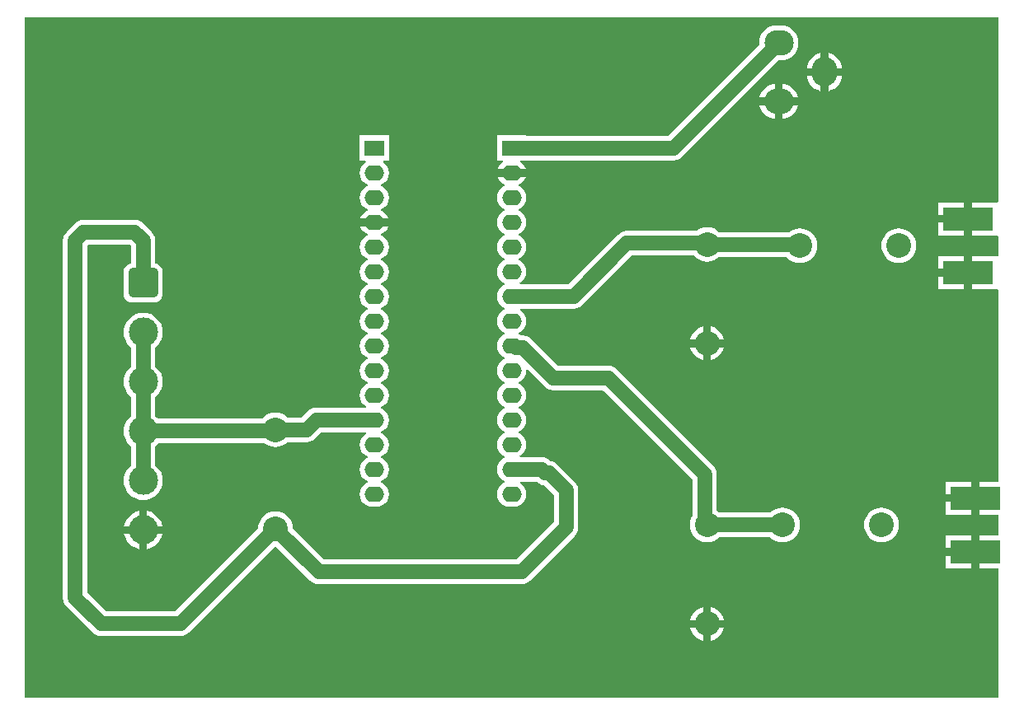
<source format=gbl>
G04*
G04 #@! TF.GenerationSoftware,Altium Limited,Altium Designer,20.2.4 (192)*
G04*
G04 Layer_Physical_Order=2*
G04 Layer_Color=16711680*
%FSLAX25Y25*%
%MOIN*%
G70*
G04*
G04 #@! TF.SameCoordinates,D8DA0DD5-309E-41AB-983F-212F3CA71AE9*
G04*
G04*
G04 #@! TF.FilePolarity,Positive*
G04*
G01*
G75*
%ADD11C,0.05906*%
%ADD13C,0.11811*%
G04:AMPARAMS|DCode=14|XSize=118.11mil|YSize=118.11mil|CornerRadius=14.76mil|HoleSize=0mil|Usage=FLASHONLY|Rotation=180.000|XOffset=0mil|YOffset=0mil|HoleType=Round|Shape=RoundedRectangle|*
%AMROUNDEDRECTD14*
21,1,0.11811,0.08858,0,0,180.0*
21,1,0.08858,0.11811,0,0,180.0*
1,1,0.02953,-0.04429,0.04429*
1,1,0.02953,0.04429,0.04429*
1,1,0.02953,0.04429,-0.04429*
1,1,0.02953,-0.04429,-0.04429*
%
%ADD14ROUNDEDRECTD14*%
%ADD15C,0.10000*%
%ADD16O,0.07874X0.06299*%
%ADD17R,0.07874X0.06299*%
%ADD18R,0.20000X0.09508*%
%ADD19O,0.11811X0.10236*%
%ADD20O,0.10236X0.11811*%
G36*
X393701Y200992D02*
X393468Y200589D01*
X393201Y200589D01*
X383075D01*
Y193866D01*
Y187144D01*
X393201D01*
X393468Y187144D01*
X393701Y186740D01*
Y179260D01*
X393468Y178856D01*
X393201Y178856D01*
X383075D01*
Y172134D01*
Y165411D01*
X393201D01*
X393468Y165411D01*
X393701Y165008D01*
Y87589D01*
X386075D01*
Y80866D01*
Y74144D01*
X393701D01*
Y65856D01*
X386075D01*
Y59134D01*
Y52411D01*
X393701D01*
Y0D01*
X0D01*
Y275590D01*
X393701D01*
Y200992D01*
D02*
G37*
%LPC*%
G36*
X325079Y261026D02*
Y254886D01*
X330547D01*
X330488Y255488D01*
X330083Y256823D01*
X329425Y258055D01*
X328539Y259134D01*
X327460Y260019D01*
X326229Y260677D01*
X325079Y261026D01*
D02*
G37*
G36*
X321929Y261026D02*
X320779Y260677D01*
X319548Y260019D01*
X318469Y259134D01*
X317583Y258055D01*
X316925Y256823D01*
X316520Y255488D01*
X316461Y254886D01*
X321929D01*
Y261026D01*
D02*
G37*
G36*
Y251736D02*
X316461D01*
X316520Y251134D01*
X316925Y249799D01*
X317583Y248568D01*
X318469Y247488D01*
X319548Y246603D01*
X320779Y245945D01*
X321929Y245596D01*
Y251736D01*
D02*
G37*
G36*
X330547D02*
X325079D01*
Y245596D01*
X326229Y245945D01*
X327460Y246603D01*
X328539Y247488D01*
X329425Y248568D01*
X330083Y249799D01*
X330488Y251134D01*
X330547Y251736D01*
D02*
G37*
G36*
X306575Y248543D02*
Y243075D01*
X312715D01*
X312366Y244225D01*
X311708Y245456D01*
X310823Y246535D01*
X309744Y247421D01*
X308512Y248079D01*
X307177Y248484D01*
X306575Y248543D01*
D02*
G37*
G36*
X303425D02*
X302823Y248484D01*
X301488Y248079D01*
X300256Y247421D01*
X299177Y246535D01*
X298292Y245456D01*
X297634Y244225D01*
X297285Y243075D01*
X303425D01*
Y248543D01*
D02*
G37*
G36*
X312715Y239925D02*
X306575D01*
Y234457D01*
X307177Y234516D01*
X308512Y234921D01*
X309744Y235579D01*
X310823Y236465D01*
X311708Y237544D01*
X312366Y238775D01*
X312715Y239925D01*
D02*
G37*
G36*
X303425D02*
X297285D01*
X297634Y238775D01*
X298292Y237544D01*
X299177Y236465D01*
X300256Y235579D01*
X301488Y234921D01*
X302823Y234516D01*
X303425Y234457D01*
Y239925D01*
D02*
G37*
G36*
X305787Y272243D02*
X304213D01*
X302823Y272106D01*
X301488Y271701D01*
X300256Y271043D01*
X299177Y270157D01*
X298292Y269078D01*
X297634Y267847D01*
X297229Y266511D01*
X297092Y265122D01*
X297171Y264313D01*
X260322Y227464D01*
X202906D01*
Y227618D01*
X191095D01*
Y217382D01*
X193382D01*
X193516Y216882D01*
X192562Y216150D01*
X191742Y215081D01*
X191325Y214075D01*
X197000D01*
X202675D01*
X202258Y215081D01*
X201438Y216150D01*
X200484Y216882D01*
X200619Y217382D01*
X202906D01*
Y217536D01*
X262378D01*
X263663Y217705D01*
X264860Y218201D01*
X265888Y218990D01*
X304899Y258001D01*
X305787D01*
X307177Y258138D01*
X308512Y258543D01*
X309744Y259201D01*
X310823Y260087D01*
X311708Y261166D01*
X312366Y262397D01*
X312772Y263733D01*
X312908Y265122D01*
X312772Y266511D01*
X312366Y267847D01*
X311708Y269078D01*
X310823Y270157D01*
X309744Y271043D01*
X308512Y271701D01*
X307177Y272106D01*
X305787Y272243D01*
D02*
G37*
G36*
X379925Y200589D02*
X369531D01*
Y195441D01*
X379925D01*
Y200589D01*
D02*
G37*
G36*
X147406Y227618D02*
X135594D01*
Y217382D01*
X137882D01*
X138016Y216882D01*
X137062Y216150D01*
X136242Y215081D01*
X135726Y213836D01*
X135550Y212500D01*
X135726Y211164D01*
X136242Y209919D01*
X137062Y208850D01*
X138131Y208029D01*
X138756Y207771D01*
Y207229D01*
X138131Y206971D01*
X137062Y206150D01*
X136242Y205081D01*
X135726Y203836D01*
X135550Y202500D01*
X135726Y201164D01*
X136242Y199919D01*
X137062Y198850D01*
X138131Y198029D01*
X138756Y197771D01*
Y197229D01*
X138131Y196971D01*
X137062Y196150D01*
X136242Y195081D01*
X135825Y194075D01*
X141500D01*
X147175D01*
X146758Y195081D01*
X145938Y196150D01*
X144869Y196971D01*
X144244Y197229D01*
Y197771D01*
X144869Y198029D01*
X145938Y198850D01*
X146758Y199919D01*
X147274Y201164D01*
X147450Y202500D01*
X147274Y203836D01*
X146758Y205081D01*
X145938Y206150D01*
X144869Y206971D01*
X144244Y207229D01*
Y207771D01*
X144869Y208029D01*
X145938Y208850D01*
X146758Y209919D01*
X147274Y211164D01*
X147450Y212500D01*
X147274Y213836D01*
X146758Y215081D01*
X145938Y216150D01*
X144984Y216882D01*
X145118Y217382D01*
X147406D01*
Y227618D01*
D02*
G37*
G36*
X379925Y192291D02*
X369531D01*
Y187144D01*
X379925D01*
Y192291D01*
D02*
G37*
G36*
X353500Y190002D02*
X352134Y189868D01*
X350820Y189469D01*
X349610Y188822D01*
X348549Y187951D01*
X347678Y186890D01*
X347031Y185680D01*
X346632Y184366D01*
X346498Y183000D01*
X346632Y181634D01*
X347031Y180320D01*
X347678Y179110D01*
X348549Y178049D01*
X349610Y177178D01*
X350820Y176531D01*
X352134Y176132D01*
X353500Y175998D01*
X354866Y176132D01*
X356180Y176531D01*
X357390Y177178D01*
X358451Y178049D01*
X359322Y179110D01*
X359969Y180320D01*
X360368Y181634D01*
X360502Y183000D01*
X360368Y184366D01*
X359969Y185680D01*
X359322Y186890D01*
X358451Y187951D01*
X357390Y188822D01*
X356180Y189469D01*
X354866Y189868D01*
X353500Y190002D01*
D02*
G37*
G36*
X379925Y178856D02*
X369531D01*
Y173709D01*
X379925D01*
Y178856D01*
D02*
G37*
G36*
Y170559D02*
X369531D01*
Y165411D01*
X379925D01*
Y170559D01*
D02*
G37*
G36*
X202675Y210925D02*
X197000D01*
X191325D01*
X191742Y209919D01*
X192562Y208850D01*
X193631Y208029D01*
X194256Y207771D01*
Y207229D01*
X193631Y206971D01*
X192562Y206150D01*
X191742Y205081D01*
X191226Y203836D01*
X191050Y202500D01*
X191226Y201164D01*
X191742Y199919D01*
X192562Y198850D01*
X193631Y198029D01*
X194256Y197771D01*
Y197229D01*
X193631Y196971D01*
X192562Y196150D01*
X191742Y195081D01*
X191226Y193836D01*
X191050Y192500D01*
X191226Y191164D01*
X191742Y189919D01*
X192562Y188850D01*
X193631Y188029D01*
X194256Y187771D01*
Y187229D01*
X193631Y186971D01*
X192562Y186150D01*
X191742Y185081D01*
X191226Y183836D01*
X191050Y182500D01*
X191226Y181164D01*
X191742Y179919D01*
X192562Y178850D01*
X193631Y178029D01*
X194256Y177771D01*
Y177229D01*
X193631Y176971D01*
X192562Y176150D01*
X191742Y175081D01*
X191226Y173836D01*
X191050Y172500D01*
X191226Y171164D01*
X191742Y169919D01*
X192562Y168850D01*
X193631Y168029D01*
X194256Y167771D01*
Y167229D01*
X193631Y166971D01*
X192562Y166150D01*
X191742Y165081D01*
X191226Y163836D01*
X191050Y162500D01*
X191226Y161164D01*
X191742Y159919D01*
X192562Y158850D01*
X193631Y158029D01*
X194256Y157771D01*
Y157229D01*
X193631Y156971D01*
X192562Y156150D01*
X191742Y155081D01*
X191226Y153836D01*
X191050Y152500D01*
X191226Y151164D01*
X191742Y149919D01*
X192562Y148850D01*
X193631Y148029D01*
X194256Y147771D01*
Y147229D01*
X193631Y146971D01*
X192562Y146150D01*
X191742Y145081D01*
X191226Y143836D01*
X191050Y142500D01*
X191226Y141164D01*
X191742Y139919D01*
X192562Y138850D01*
X193631Y138029D01*
X194256Y137771D01*
Y137229D01*
X193631Y136971D01*
X192562Y136150D01*
X191742Y135081D01*
X191226Y133836D01*
X191050Y132500D01*
X191226Y131164D01*
X191742Y129919D01*
X192562Y128850D01*
X193631Y128029D01*
X194256Y127771D01*
Y127229D01*
X193631Y126971D01*
X192562Y126150D01*
X191742Y125081D01*
X191226Y123836D01*
X191050Y122500D01*
X191226Y121164D01*
X191742Y119919D01*
X192562Y118850D01*
X193631Y118029D01*
X194256Y117771D01*
Y117229D01*
X193631Y116971D01*
X192562Y116150D01*
X191742Y115081D01*
X191226Y113836D01*
X191050Y112500D01*
X191226Y111164D01*
X191742Y109919D01*
X192562Y108850D01*
X193631Y108029D01*
X194256Y107771D01*
Y107229D01*
X193631Y106971D01*
X192562Y106150D01*
X191742Y105081D01*
X191226Y103836D01*
X191050Y102500D01*
X191226Y101164D01*
X191742Y99919D01*
X192562Y98850D01*
X193631Y98029D01*
X194256Y97771D01*
Y97229D01*
X193631Y96971D01*
X192562Y96150D01*
X191742Y95081D01*
X191226Y93836D01*
X191050Y92500D01*
X191226Y91164D01*
X191742Y89919D01*
X192562Y88850D01*
X193631Y88029D01*
X194256Y87771D01*
Y87229D01*
X193631Y86971D01*
X192562Y86150D01*
X191742Y85081D01*
X191226Y83836D01*
X191050Y82500D01*
X191226Y81164D01*
X191742Y79919D01*
X192562Y78850D01*
X193631Y78029D01*
X194877Y77514D01*
X196213Y77338D01*
X197787D01*
X199124Y77514D01*
X200368Y78029D01*
X201438Y78850D01*
X202258Y79919D01*
X202774Y81164D01*
X202950Y82500D01*
X202774Y83836D01*
X202258Y85081D01*
X201438Y86150D01*
X200368Y86971D01*
X200210Y87036D01*
X200310Y87536D01*
X206944D01*
X206990Y87490D01*
X208018Y86701D01*
X209215Y86205D01*
X209860Y86121D01*
X214036Y81944D01*
Y71056D01*
X198944Y55964D01*
X121056D01*
X108500Y68520D01*
X108368Y69866D01*
X107969Y71180D01*
X107322Y72390D01*
X106451Y73451D01*
X105390Y74322D01*
X104180Y74969D01*
X102866Y75368D01*
X101500Y75502D01*
X100134Y75368D01*
X98820Y74969D01*
X97610Y74322D01*
X96549Y73451D01*
X95678Y72390D01*
X95031Y71180D01*
X94632Y69866D01*
X94500Y68520D01*
X60944Y34964D01*
X33056D01*
X25464Y42556D01*
Y182985D01*
X26015Y183536D01*
X42485D01*
X43036Y182985D01*
Y175833D01*
X42672Y175785D01*
X41834Y175438D01*
X41114Y174886D01*
X40562Y174166D01*
X40215Y173328D01*
X40096Y172429D01*
Y163571D01*
X40215Y162672D01*
X40562Y161834D01*
X41114Y161114D01*
X41834Y160562D01*
X42672Y160215D01*
X43571Y160096D01*
X52429D01*
X53328Y160215D01*
X54166Y160562D01*
X54886Y161114D01*
X55438Y161834D01*
X55785Y162672D01*
X55904Y163571D01*
Y172429D01*
X55785Y173328D01*
X55438Y174166D01*
X54886Y174886D01*
X54166Y175438D01*
X53328Y175785D01*
X52964Y175833D01*
Y185041D01*
X52795Y186325D01*
X52299Y187522D01*
X51510Y188550D01*
X48050Y192010D01*
X47023Y192799D01*
X45825Y193295D01*
X44541Y193464D01*
X23959D01*
X22675Y193295D01*
X21477Y192799D01*
X20449Y192010D01*
X16990Y188550D01*
X16201Y187522D01*
X15705Y186325D01*
X15536Y185041D01*
Y40500D01*
X15705Y39215D01*
X16201Y38018D01*
X16990Y36990D01*
X27490Y26490D01*
X28518Y25701D01*
X29715Y25205D01*
X31000Y25036D01*
X63000D01*
X64285Y25205D01*
X65482Y25701D01*
X66510Y26490D01*
X101500Y61480D01*
X115490Y47490D01*
X116518Y46701D01*
X117715Y46205D01*
X119000Y46036D01*
X201000D01*
X202285Y46205D01*
X203482Y46701D01*
X204510Y47490D01*
X222510Y65490D01*
X223299Y66518D01*
X223795Y67715D01*
X223964Y69000D01*
Y84000D01*
X223795Y85285D01*
X223299Y86482D01*
X222510Y87510D01*
X215510Y94510D01*
X214482Y95299D01*
X213285Y95795D01*
X212640Y95879D01*
X212510Y96010D01*
X211482Y96799D01*
X210285Y97295D01*
X209000Y97464D01*
X200310D01*
X200210Y97964D01*
X200368Y98029D01*
X201438Y98850D01*
X202258Y99919D01*
X202774Y101164D01*
X202950Y102500D01*
X202774Y103836D01*
X202258Y105081D01*
X201438Y106150D01*
X200368Y106971D01*
X199744Y107229D01*
Y107771D01*
X200368Y108029D01*
X201438Y108850D01*
X202258Y109919D01*
X202774Y111164D01*
X202950Y112500D01*
X202774Y113836D01*
X202258Y115081D01*
X201438Y116150D01*
X200368Y116971D01*
X199744Y117229D01*
Y117771D01*
X200368Y118029D01*
X201438Y118850D01*
X202258Y119919D01*
X202774Y121164D01*
X202950Y122500D01*
X202774Y123836D01*
X202258Y125081D01*
X201438Y126150D01*
X200368Y126971D01*
X199744Y127229D01*
Y127771D01*
X200368Y128029D01*
X201438Y128850D01*
X202258Y129919D01*
X202774Y131164D01*
X202950Y132500D01*
X202914Y132768D01*
X203363Y132989D01*
X210362Y125990D01*
X211390Y125201D01*
X212587Y124705D01*
X213872Y124536D01*
X233944D01*
X270036Y88444D01*
Y73895D01*
X270065Y73679D01*
X269531Y72680D01*
X269132Y71366D01*
X268998Y70000D01*
X269132Y68634D01*
X269531Y67320D01*
X270178Y66110D01*
X271049Y65049D01*
X272110Y64178D01*
X273320Y63531D01*
X274634Y63132D01*
X276000Y62998D01*
X277366Y63132D01*
X278680Y63531D01*
X279890Y64178D01*
X280936Y65036D01*
X301564D01*
X302610Y64178D01*
X303820Y63531D01*
X305134Y63132D01*
X306500Y62998D01*
X307866Y63132D01*
X309180Y63531D01*
X310390Y64178D01*
X311451Y65049D01*
X312322Y66110D01*
X312969Y67320D01*
X313368Y68634D01*
X313502Y70000D01*
X313368Y71366D01*
X312969Y72680D01*
X312322Y73890D01*
X311451Y74951D01*
X310390Y75822D01*
X309180Y76469D01*
X307866Y76868D01*
X306500Y77002D01*
X305134Y76868D01*
X303820Y76469D01*
X302610Y75822D01*
X301564Y74964D01*
X280936D01*
X279964Y75762D01*
Y90500D01*
X279795Y91785D01*
X279299Y92982D01*
X278510Y94010D01*
X239510Y133010D01*
X238482Y133799D01*
X237285Y134295D01*
X236000Y134464D01*
X215928D01*
X205130Y145262D01*
X204101Y146051D01*
X202904Y146547D01*
X201620Y146716D01*
X200701D01*
X200368Y146971D01*
X199744Y147229D01*
Y147771D01*
X200368Y148029D01*
X201438Y148850D01*
X202258Y149919D01*
X202774Y151164D01*
X202950Y152500D01*
X202774Y153836D01*
X202258Y155081D01*
X201438Y156150D01*
X200368Y156971D01*
X200210Y157036D01*
X200310Y157536D01*
X222000D01*
X223285Y157705D01*
X224482Y158201D01*
X225510Y158990D01*
X245556Y179036D01*
X270649D01*
X271049Y178549D01*
X272110Y177678D01*
X273320Y177031D01*
X274634Y176632D01*
X276000Y176498D01*
X277366Y176632D01*
X278680Y177031D01*
X279890Y177678D01*
X280936Y178536D01*
X308149D01*
X308549Y178049D01*
X309610Y177178D01*
X310820Y176531D01*
X312134Y176132D01*
X313500Y175998D01*
X314866Y176132D01*
X316180Y176531D01*
X317390Y177178D01*
X318451Y178049D01*
X319322Y179110D01*
X319969Y180320D01*
X320368Y181634D01*
X320502Y183000D01*
X320368Y184366D01*
X319969Y185680D01*
X319322Y186890D01*
X318451Y187951D01*
X317390Y188822D01*
X316180Y189469D01*
X314866Y189868D01*
X313500Y190002D01*
X312134Y189868D01*
X310820Y189469D01*
X309610Y188822D01*
X309173Y188464D01*
X280936D01*
X279890Y189322D01*
X278680Y189969D01*
X277366Y190368D01*
X276000Y190502D01*
X274634Y190368D01*
X273320Y189969D01*
X272110Y189322D01*
X271673Y188964D01*
X243500D01*
X242215Y188795D01*
X241018Y188299D01*
X239990Y187510D01*
X219944Y167464D01*
X200310D01*
X200210Y167964D01*
X200368Y168029D01*
X201438Y168850D01*
X202258Y169919D01*
X202774Y171164D01*
X202950Y172500D01*
X202774Y173836D01*
X202258Y175081D01*
X201438Y176150D01*
X200368Y176971D01*
X199744Y177229D01*
Y177771D01*
X200368Y178029D01*
X201438Y178850D01*
X202258Y179919D01*
X202774Y181164D01*
X202950Y182500D01*
X202774Y183836D01*
X202258Y185081D01*
X201438Y186150D01*
X200368Y186971D01*
X199744Y187229D01*
Y187771D01*
X200368Y188029D01*
X201438Y188850D01*
X202258Y189919D01*
X202774Y191164D01*
X202950Y192500D01*
X202774Y193836D01*
X202258Y195081D01*
X201438Y196150D01*
X200368Y196971D01*
X199744Y197229D01*
Y197771D01*
X200368Y198029D01*
X201438Y198850D01*
X202258Y199919D01*
X202774Y201164D01*
X202950Y202500D01*
X202774Y203836D01*
X202258Y205081D01*
X201438Y206150D01*
X200368Y206971D01*
X199744Y207229D01*
Y207771D01*
X200368Y208029D01*
X201438Y208850D01*
X202258Y209919D01*
X202675Y210925D01*
D02*
G37*
G36*
X277575Y150304D02*
Y145075D01*
X282804D01*
X282469Y146180D01*
X281822Y147390D01*
X280951Y148451D01*
X279890Y149322D01*
X278680Y149969D01*
X277575Y150304D01*
D02*
G37*
G36*
X274425D02*
X273320Y149969D01*
X272110Y149322D01*
X271049Y148451D01*
X270178Y147390D01*
X269531Y146180D01*
X269196Y145075D01*
X274425D01*
Y150304D01*
D02*
G37*
G36*
X282804Y141925D02*
X277575D01*
Y136696D01*
X278680Y137031D01*
X279890Y137678D01*
X280951Y138549D01*
X281822Y139610D01*
X282469Y140820D01*
X282804Y141925D01*
D02*
G37*
G36*
X274425D02*
X269196D01*
X269531Y140820D01*
X270178Y139610D01*
X271049Y138549D01*
X272110Y137678D01*
X273320Y137031D01*
X274425Y136696D01*
Y141925D01*
D02*
G37*
G36*
X147175Y190925D02*
X141500D01*
X135825D01*
X136242Y189919D01*
X137062Y188850D01*
X138131Y188029D01*
X138756Y187771D01*
Y187229D01*
X138131Y186971D01*
X137062Y186150D01*
X136242Y185081D01*
X135726Y183836D01*
X135550Y182500D01*
X135726Y181164D01*
X136242Y179919D01*
X137062Y178850D01*
X138131Y178029D01*
X138756Y177771D01*
Y177229D01*
X138131Y176971D01*
X137062Y176150D01*
X136242Y175081D01*
X135726Y173836D01*
X135550Y172500D01*
X135726Y171164D01*
X136242Y169919D01*
X137062Y168850D01*
X138131Y168029D01*
X138756Y167771D01*
Y167229D01*
X138131Y166971D01*
X137062Y166150D01*
X136242Y165081D01*
X135726Y163836D01*
X135550Y162500D01*
X135726Y161164D01*
X136242Y159919D01*
X137062Y158850D01*
X138131Y158029D01*
X138756Y157771D01*
Y157229D01*
X138131Y156971D01*
X137062Y156150D01*
X136242Y155081D01*
X135726Y153836D01*
X135550Y152500D01*
X135726Y151164D01*
X136242Y149919D01*
X137062Y148850D01*
X138131Y148029D01*
X138756Y147771D01*
Y147229D01*
X138131Y146971D01*
X137062Y146150D01*
X136242Y145081D01*
X135726Y143836D01*
X135550Y142500D01*
X135726Y141164D01*
X136242Y139919D01*
X137062Y138850D01*
X138131Y138029D01*
X138756Y137771D01*
Y137229D01*
X138131Y136971D01*
X137062Y136150D01*
X136242Y135081D01*
X135726Y133836D01*
X135550Y132500D01*
X135726Y131164D01*
X136242Y129919D01*
X137062Y128850D01*
X138131Y128029D01*
X138756Y127771D01*
Y127229D01*
X138131Y126971D01*
X137062Y126150D01*
X136242Y125081D01*
X135726Y123836D01*
X135550Y122500D01*
X135726Y121164D01*
X136242Y119919D01*
X137062Y118850D01*
X138131Y118029D01*
X138290Y117964D01*
X138190Y117464D01*
X118000D01*
X116715Y117295D01*
X115518Y116799D01*
X114490Y116010D01*
X111944Y113464D01*
X106436D01*
X105390Y114322D01*
X104180Y114969D01*
X102866Y115368D01*
X101500Y115502D01*
X100134Y115368D01*
X98820Y114969D01*
X97610Y114322D01*
X96549Y113451D01*
X96149Y112964D01*
X54112D01*
X53595Y113595D01*
X52964Y114113D01*
Y121887D01*
X53595Y122405D01*
X54579Y123604D01*
X55310Y124972D01*
X55760Y126456D01*
X55912Y128000D01*
X55760Y129544D01*
X55310Y131028D01*
X54579Y132396D01*
X53595Y133595D01*
X52964Y134113D01*
Y141887D01*
X53595Y142405D01*
X54579Y143604D01*
X55310Y144972D01*
X55760Y146456D01*
X55912Y148000D01*
X55760Y149544D01*
X55310Y151028D01*
X54579Y152396D01*
X53595Y153595D01*
X52396Y154579D01*
X51028Y155310D01*
X49544Y155760D01*
X48000Y155912D01*
X46456Y155760D01*
X44972Y155310D01*
X43604Y154579D01*
X42405Y153595D01*
X41421Y152396D01*
X40690Y151028D01*
X40240Y149544D01*
X40088Y148000D01*
X40240Y146456D01*
X40690Y144972D01*
X41421Y143604D01*
X42405Y142405D01*
X43036Y141887D01*
Y134113D01*
X42405Y133595D01*
X41421Y132396D01*
X40690Y131028D01*
X40240Y129544D01*
X40088Y128000D01*
X40240Y126456D01*
X40690Y124972D01*
X41421Y123604D01*
X42405Y122405D01*
X43036Y121887D01*
Y114113D01*
X42405Y113595D01*
X41421Y112396D01*
X40690Y111028D01*
X40240Y109544D01*
X40088Y108000D01*
X40240Y106456D01*
X40690Y104972D01*
X41421Y103604D01*
X42405Y102405D01*
X43036Y101888D01*
Y94112D01*
X42405Y93595D01*
X41421Y92396D01*
X40690Y91028D01*
X40240Y89544D01*
X40088Y88000D01*
X40240Y86456D01*
X40690Y84972D01*
X41421Y83604D01*
X42405Y82405D01*
X43604Y81421D01*
X44972Y80690D01*
X46456Y80240D01*
X48000Y80088D01*
X49544Y80240D01*
X51028Y80690D01*
X52396Y81421D01*
X53595Y82405D01*
X54579Y83604D01*
X55310Y84972D01*
X55760Y86456D01*
X55912Y88000D01*
X55760Y89544D01*
X55310Y91028D01*
X54579Y92396D01*
X53595Y93595D01*
X52964Y94112D01*
Y101888D01*
X53595Y102405D01*
X54112Y103036D01*
X97173D01*
X97610Y102678D01*
X98820Y102031D01*
X100134Y101632D01*
X101500Y101498D01*
X102866Y101632D01*
X104180Y102031D01*
X105390Y102678D01*
X106436Y103536D01*
X114000D01*
X115285Y103705D01*
X116482Y104201D01*
X117510Y104990D01*
X120056Y107536D01*
X138190D01*
X138290Y107036D01*
X138131Y106971D01*
X137062Y106150D01*
X136242Y105081D01*
X135726Y103836D01*
X135550Y102500D01*
X135726Y101164D01*
X136242Y99919D01*
X137062Y98850D01*
X138131Y98029D01*
X138756Y97771D01*
Y97229D01*
X138131Y96971D01*
X137062Y96150D01*
X136242Y95081D01*
X135726Y93836D01*
X135550Y92500D01*
X135726Y91164D01*
X136242Y89919D01*
X137062Y88850D01*
X138131Y88029D01*
X138756Y87771D01*
Y87229D01*
X138131Y86971D01*
X137062Y86150D01*
X136242Y85081D01*
X135726Y83836D01*
X135550Y82500D01*
X135726Y81164D01*
X136242Y79919D01*
X137062Y78850D01*
X138131Y78029D01*
X139376Y77514D01*
X140713Y77338D01*
X142287D01*
X143623Y77514D01*
X144869Y78029D01*
X145938Y78850D01*
X146758Y79919D01*
X147274Y81164D01*
X147450Y82500D01*
X147274Y83836D01*
X146758Y85081D01*
X145938Y86150D01*
X144869Y86971D01*
X144244Y87229D01*
Y87771D01*
X144869Y88029D01*
X145938Y88850D01*
X146758Y89919D01*
X147274Y91164D01*
X147450Y92500D01*
X147274Y93836D01*
X146758Y95081D01*
X145938Y96150D01*
X144869Y96971D01*
X144244Y97229D01*
Y97771D01*
X144869Y98029D01*
X145938Y98850D01*
X146758Y99919D01*
X147274Y101164D01*
X147450Y102500D01*
X147274Y103836D01*
X146758Y105081D01*
X145938Y106150D01*
X144869Y106971D01*
X144244Y107229D01*
Y107771D01*
X144869Y108029D01*
X145938Y108850D01*
X146758Y109919D01*
X147274Y111164D01*
X147450Y112500D01*
X147274Y113836D01*
X146758Y115081D01*
X145938Y116150D01*
X144869Y116971D01*
X144244Y117229D01*
Y117771D01*
X144869Y118029D01*
X145938Y118850D01*
X146758Y119919D01*
X147274Y121164D01*
X147450Y122500D01*
X147274Y123836D01*
X146758Y125081D01*
X145938Y126150D01*
X144869Y126971D01*
X144244Y127229D01*
Y127771D01*
X144869Y128029D01*
X145938Y128850D01*
X146758Y129919D01*
X147274Y131164D01*
X147450Y132500D01*
X147274Y133836D01*
X146758Y135081D01*
X145938Y136150D01*
X144869Y136971D01*
X144244Y137229D01*
Y137771D01*
X144869Y138029D01*
X145938Y138850D01*
X146758Y139919D01*
X147274Y141164D01*
X147450Y142500D01*
X147274Y143836D01*
X146758Y145081D01*
X145938Y146150D01*
X144869Y146971D01*
X144244Y147229D01*
Y147771D01*
X144869Y148029D01*
X145938Y148850D01*
X146758Y149919D01*
X147274Y151164D01*
X147450Y152500D01*
X147274Y153836D01*
X146758Y155081D01*
X145938Y156150D01*
X144869Y156971D01*
X144244Y157229D01*
Y157771D01*
X144869Y158029D01*
X145938Y158850D01*
X146758Y159919D01*
X147274Y161164D01*
X147450Y162500D01*
X147274Y163836D01*
X146758Y165081D01*
X145938Y166150D01*
X144869Y166971D01*
X144244Y167229D01*
Y167771D01*
X144869Y168029D01*
X145938Y168850D01*
X146758Y169919D01*
X147274Y171164D01*
X147450Y172500D01*
X147274Y173836D01*
X146758Y175081D01*
X145938Y176150D01*
X144869Y176971D01*
X144244Y177229D01*
Y177771D01*
X144869Y178029D01*
X145938Y178850D01*
X146758Y179919D01*
X147274Y181164D01*
X147450Y182500D01*
X147274Y183836D01*
X146758Y185081D01*
X145938Y186150D01*
X144869Y186971D01*
X144244Y187229D01*
Y187771D01*
X144869Y188029D01*
X145938Y188850D01*
X146758Y189919D01*
X147175Y190925D01*
D02*
G37*
G36*
X382925Y87589D02*
X372532D01*
Y82441D01*
X382925D01*
Y87589D01*
D02*
G37*
G36*
Y79291D02*
X372532D01*
Y74144D01*
X382925D01*
Y79291D01*
D02*
G37*
G36*
X49575Y75751D02*
Y69575D01*
X55751D01*
X55310Y71028D01*
X54579Y72396D01*
X53595Y73595D01*
X52396Y74579D01*
X51028Y75310D01*
X49575Y75751D01*
D02*
G37*
G36*
X46425D02*
X44972Y75310D01*
X43604Y74579D01*
X42405Y73595D01*
X41421Y72396D01*
X40690Y71028D01*
X40249Y69575D01*
X46425D01*
Y75751D01*
D02*
G37*
G36*
X346500Y77002D02*
X345134Y76868D01*
X343820Y76469D01*
X342610Y75822D01*
X341549Y74951D01*
X340678Y73890D01*
X340031Y72680D01*
X339632Y71366D01*
X339498Y70000D01*
X339632Y68634D01*
X340031Y67320D01*
X340678Y66110D01*
X341549Y65049D01*
X342610Y64178D01*
X343820Y63531D01*
X345134Y63132D01*
X346500Y62998D01*
X347866Y63132D01*
X349180Y63531D01*
X350390Y64178D01*
X351451Y65049D01*
X352322Y66110D01*
X352969Y67320D01*
X353368Y68634D01*
X353502Y70000D01*
X353368Y71366D01*
X352969Y72680D01*
X352322Y73890D01*
X351451Y74951D01*
X350390Y75822D01*
X349180Y76469D01*
X347866Y76868D01*
X346500Y77002D01*
D02*
G37*
G36*
X382925Y65856D02*
X372532D01*
Y60709D01*
X382925D01*
Y65856D01*
D02*
G37*
G36*
X55751Y66425D02*
X49575D01*
Y60249D01*
X51028Y60690D01*
X52396Y61421D01*
X53595Y62405D01*
X54579Y63604D01*
X55310Y64972D01*
X55751Y66425D01*
D02*
G37*
G36*
X46425D02*
X40249D01*
X40690Y64972D01*
X41421Y63604D01*
X42405Y62405D01*
X43604Y61421D01*
X44972Y60690D01*
X46425Y60249D01*
Y66425D01*
D02*
G37*
G36*
X382925Y57559D02*
X372532D01*
Y52411D01*
X382925D01*
Y57559D01*
D02*
G37*
G36*
X277575Y36804D02*
Y31575D01*
X282804D01*
X282469Y32680D01*
X281822Y33890D01*
X280951Y34951D01*
X279890Y35822D01*
X278680Y36469D01*
X277575Y36804D01*
D02*
G37*
G36*
X274425D02*
X273320Y36469D01*
X272110Y35822D01*
X271049Y34951D01*
X270178Y33890D01*
X269531Y32680D01*
X269196Y31575D01*
X274425D01*
Y36804D01*
D02*
G37*
G36*
X282804Y28425D02*
X277575D01*
Y23196D01*
X278680Y23531D01*
X279890Y24178D01*
X280951Y25049D01*
X281822Y26110D01*
X282469Y27320D01*
X282804Y28425D01*
D02*
G37*
G36*
X274425D02*
X269196D01*
X269531Y27320D01*
X270178Y26110D01*
X271049Y25049D01*
X272110Y24178D01*
X273320Y23531D01*
X274425Y23196D01*
Y28425D01*
D02*
G37*
%LPD*%
D11*
X48000Y88000D02*
Y108000D01*
Y128000D01*
Y148000D01*
X63000Y30000D02*
X101500Y68500D01*
X31000Y30000D02*
X63000D01*
X23959Y188500D02*
X44541D01*
X20500Y185041D02*
X23959Y188500D01*
X20500Y40500D02*
Y185041D01*
Y40500D02*
X31000Y30000D01*
X48000Y168000D02*
Y185041D01*
X44541Y188500D02*
X48000Y185041D01*
Y108000D02*
X101000D01*
X101500Y108500D01*
X197000Y222500D02*
X262378D01*
X305000Y265122D01*
X276000Y183500D02*
X313000D01*
X313500Y183000D01*
X275500Y184000D02*
X276000Y183500D01*
X243500Y184000D02*
X275500D01*
X197000Y162500D02*
X222000D01*
X243500Y184000D01*
X275217Y70783D02*
X276000Y70000D01*
X275217Y70783D02*
Y73679D01*
X275000Y73895D02*
X275217Y73679D01*
X275000Y73895D02*
Y90500D01*
X236000Y129500D02*
X275000Y90500D01*
X197000Y142500D02*
X197894D01*
X198642Y141752D01*
X201620D01*
X213872Y129500D01*
X236000D01*
X276000Y70000D02*
X306500D01*
X197000Y92500D02*
X209000D01*
X210500Y91000D01*
X212000D01*
X219000Y84000D01*
Y69000D02*
Y84000D01*
X201000Y51000D02*
X219000Y69000D01*
X101500Y68500D02*
X119000Y51000D01*
X201000D01*
X118000Y112500D02*
X141500D01*
X114000Y108500D02*
X118000Y112500D01*
X101500Y108500D02*
X114000D01*
D13*
X48000Y68000D02*
D03*
Y88000D02*
D03*
Y148000D02*
D03*
Y128000D02*
D03*
Y108000D02*
D03*
D14*
Y168000D02*
D03*
D15*
X313500Y183000D02*
D03*
X353500D02*
D03*
X276000Y143500D02*
D03*
Y183500D02*
D03*
X101500Y108500D02*
D03*
Y68500D02*
D03*
X306500Y70000D02*
D03*
X346500D02*
D03*
X276000Y30000D02*
D03*
Y70000D02*
D03*
D16*
X197000Y82500D02*
D03*
Y92500D02*
D03*
Y102500D02*
D03*
Y112500D02*
D03*
Y122500D02*
D03*
Y132500D02*
D03*
Y142500D02*
D03*
Y152500D02*
D03*
Y162500D02*
D03*
Y172500D02*
D03*
Y182500D02*
D03*
Y192500D02*
D03*
Y202500D02*
D03*
Y212500D02*
D03*
X141500Y82500D02*
D03*
Y92500D02*
D03*
Y102500D02*
D03*
Y112500D02*
D03*
Y122500D02*
D03*
Y132500D02*
D03*
Y142500D02*
D03*
Y152500D02*
D03*
Y162500D02*
D03*
Y172500D02*
D03*
Y182500D02*
D03*
Y192500D02*
D03*
Y202500D02*
D03*
Y212500D02*
D03*
D17*
X197000Y222500D02*
D03*
X141500D02*
D03*
D18*
X381500Y172134D02*
D03*
Y193866D02*
D03*
X384500Y59134D02*
D03*
Y80866D02*
D03*
D19*
X305000Y265122D02*
D03*
Y241500D02*
D03*
D20*
X323504Y253311D02*
D03*
M02*

</source>
